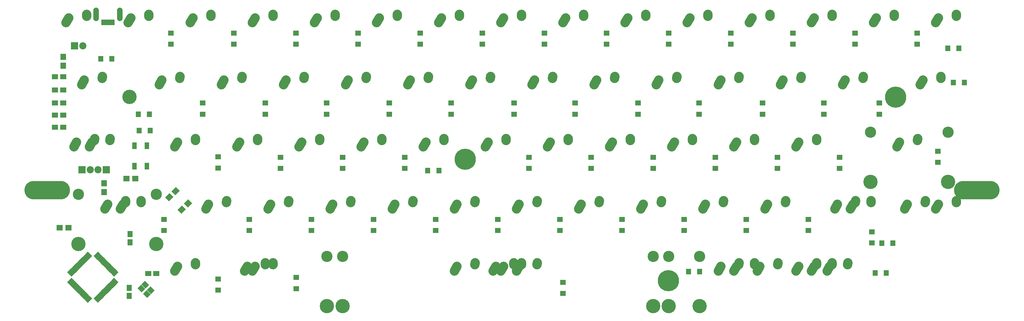
<source format=gbs>
G04 #@! TF.FileFunction,Soldermask,Bot*
%FSLAX46Y46*%
G04 Gerber Fmt 4.6, Leading zero omitted, Abs format (unit mm)*
G04 Created by KiCad (PCBNEW 4.0.5+dfsg1-4) date Wed May 24 11:15:47 2017*
%MOMM*%
%LPD*%
G01*
G04 APERTURE LIST*
%ADD10C,0.100000*%
%ADD11C,3.448000*%
%ADD12C,4.380200*%
%ADD13R,1.900000X1.650000*%
%ADD14R,1.650000X1.900000*%
%ADD15R,1.900000X1.700000*%
%ADD16R,1.400000X2.100000*%
%ADD17O,14.000000X5.600000*%
%ADD18C,4.400000*%
%ADD19C,6.500000*%
%ADD20R,2.200000X2.200000*%
%ADD21C,2.200000*%
%ADD22R,1.700000X1.900000*%
%ADD23C,2.900000*%
%ADD24R,0.900000X1.800000*%
%ADD25O,1.700000X4.200000*%
%ADD26R,1.600000X1.800000*%
%ADD27R,1.800000X1.600000*%
G04 APERTURE END LIST*
D10*
D11*
X100012500Y-157321250D03*
D12*
X100012500Y-172561250D03*
D11*
X76200000Y-157321250D03*
D12*
X76200000Y-172561250D03*
D10*
G36*
X82137958Y-174833437D02*
X82809709Y-175505188D01*
X81466206Y-176848691D01*
X80794455Y-176176940D01*
X82137958Y-174833437D01*
X82137958Y-174833437D01*
G37*
G36*
X82703643Y-175399123D02*
X83375394Y-176070874D01*
X82031891Y-177414377D01*
X81360140Y-176742626D01*
X82703643Y-175399123D01*
X82703643Y-175399123D01*
G37*
G36*
X83269328Y-175964808D02*
X83941079Y-176636559D01*
X82597576Y-177980062D01*
X81925825Y-177308311D01*
X83269328Y-175964808D01*
X83269328Y-175964808D01*
G37*
G36*
X83835014Y-176530493D02*
X84506765Y-177202244D01*
X83163262Y-178545747D01*
X82491511Y-177873996D01*
X83835014Y-176530493D01*
X83835014Y-176530493D01*
G37*
G36*
X84400699Y-177096179D02*
X85072450Y-177767930D01*
X83728947Y-179111433D01*
X83057196Y-178439682D01*
X84400699Y-177096179D01*
X84400699Y-177096179D01*
G37*
G36*
X84966385Y-177661864D02*
X85638136Y-178333615D01*
X84294633Y-179677118D01*
X83622882Y-179005367D01*
X84966385Y-177661864D01*
X84966385Y-177661864D01*
G37*
G36*
X85532070Y-178227550D02*
X86203821Y-178899301D01*
X84860318Y-180242804D01*
X84188567Y-179571053D01*
X85532070Y-178227550D01*
X85532070Y-178227550D01*
G37*
G36*
X86097756Y-178793235D02*
X86769507Y-179464986D01*
X85426004Y-180808489D01*
X84754253Y-180136738D01*
X86097756Y-178793235D01*
X86097756Y-178793235D01*
G37*
G36*
X86663441Y-179358921D02*
X87335192Y-180030672D01*
X85991689Y-181374175D01*
X85319938Y-180702424D01*
X86663441Y-179358921D01*
X86663441Y-179358921D01*
G37*
G36*
X87229126Y-179924606D02*
X87900877Y-180596357D01*
X86557374Y-181939860D01*
X85885623Y-181268109D01*
X87229126Y-179924606D01*
X87229126Y-179924606D01*
G37*
G36*
X87794812Y-180490291D02*
X88466563Y-181162042D01*
X87123060Y-182505545D01*
X86451309Y-181833794D01*
X87794812Y-180490291D01*
X87794812Y-180490291D01*
G37*
G36*
X88466563Y-184237958D02*
X87794812Y-184909709D01*
X86451309Y-183566206D01*
X87123060Y-182894455D01*
X88466563Y-184237958D01*
X88466563Y-184237958D01*
G37*
G36*
X87900877Y-184803643D02*
X87229126Y-185475394D01*
X85885623Y-184131891D01*
X86557374Y-183460140D01*
X87900877Y-184803643D01*
X87900877Y-184803643D01*
G37*
G36*
X87335192Y-185369328D02*
X86663441Y-186041079D01*
X85319938Y-184697576D01*
X85991689Y-184025825D01*
X87335192Y-185369328D01*
X87335192Y-185369328D01*
G37*
G36*
X86769507Y-185935014D02*
X86097756Y-186606765D01*
X84754253Y-185263262D01*
X85426004Y-184591511D01*
X86769507Y-185935014D01*
X86769507Y-185935014D01*
G37*
G36*
X86203821Y-186500699D02*
X85532070Y-187172450D01*
X84188567Y-185828947D01*
X84860318Y-185157196D01*
X86203821Y-186500699D01*
X86203821Y-186500699D01*
G37*
G36*
X85638136Y-187066385D02*
X84966385Y-187738136D01*
X83622882Y-186394633D01*
X84294633Y-185722882D01*
X85638136Y-187066385D01*
X85638136Y-187066385D01*
G37*
G36*
X85072450Y-187632070D02*
X84400699Y-188303821D01*
X83057196Y-186960318D01*
X83728947Y-186288567D01*
X85072450Y-187632070D01*
X85072450Y-187632070D01*
G37*
G36*
X84506765Y-188197756D02*
X83835014Y-188869507D01*
X82491511Y-187526004D01*
X83163262Y-186854253D01*
X84506765Y-188197756D01*
X84506765Y-188197756D01*
G37*
G36*
X83941079Y-188763441D02*
X83269328Y-189435192D01*
X81925825Y-188091689D01*
X82597576Y-187419938D01*
X83941079Y-188763441D01*
X83941079Y-188763441D01*
G37*
G36*
X83375394Y-189329126D02*
X82703643Y-190000877D01*
X81360140Y-188657374D01*
X82031891Y-187985623D01*
X83375394Y-189329126D01*
X83375394Y-189329126D01*
G37*
G36*
X82809709Y-189894812D02*
X82137958Y-190566563D01*
X80794455Y-189223060D01*
X81466206Y-188551309D01*
X82809709Y-189894812D01*
X82809709Y-189894812D01*
G37*
G36*
X79733794Y-188551309D02*
X80405545Y-189223060D01*
X79062042Y-190566563D01*
X78390291Y-189894812D01*
X79733794Y-188551309D01*
X79733794Y-188551309D01*
G37*
G36*
X79168109Y-187985623D02*
X79839860Y-188657374D01*
X78496357Y-190000877D01*
X77824606Y-189329126D01*
X79168109Y-187985623D01*
X79168109Y-187985623D01*
G37*
G36*
X78602424Y-187419938D02*
X79274175Y-188091689D01*
X77930672Y-189435192D01*
X77258921Y-188763441D01*
X78602424Y-187419938D01*
X78602424Y-187419938D01*
G37*
G36*
X78036738Y-186854253D02*
X78708489Y-187526004D01*
X77364986Y-188869507D01*
X76693235Y-188197756D01*
X78036738Y-186854253D01*
X78036738Y-186854253D01*
G37*
G36*
X77471053Y-186288567D02*
X78142804Y-186960318D01*
X76799301Y-188303821D01*
X76127550Y-187632070D01*
X77471053Y-186288567D01*
X77471053Y-186288567D01*
G37*
G36*
X76905367Y-185722882D02*
X77577118Y-186394633D01*
X76233615Y-187738136D01*
X75561864Y-187066385D01*
X76905367Y-185722882D01*
X76905367Y-185722882D01*
G37*
G36*
X76339682Y-185157196D02*
X77011433Y-185828947D01*
X75667930Y-187172450D01*
X74996179Y-186500699D01*
X76339682Y-185157196D01*
X76339682Y-185157196D01*
G37*
G36*
X75773996Y-184591511D02*
X76445747Y-185263262D01*
X75102244Y-186606765D01*
X74430493Y-185935014D01*
X75773996Y-184591511D01*
X75773996Y-184591511D01*
G37*
G36*
X75208311Y-184025825D02*
X75880062Y-184697576D01*
X74536559Y-186041079D01*
X73864808Y-185369328D01*
X75208311Y-184025825D01*
X75208311Y-184025825D01*
G37*
G36*
X74642626Y-183460140D02*
X75314377Y-184131891D01*
X73970874Y-185475394D01*
X73299123Y-184803643D01*
X74642626Y-183460140D01*
X74642626Y-183460140D01*
G37*
G36*
X74076940Y-182894455D02*
X74748691Y-183566206D01*
X73405188Y-184909709D01*
X72733437Y-184237958D01*
X74076940Y-182894455D01*
X74076940Y-182894455D01*
G37*
G36*
X74748691Y-181833794D02*
X74076940Y-182505545D01*
X72733437Y-181162042D01*
X73405188Y-180490291D01*
X74748691Y-181833794D01*
X74748691Y-181833794D01*
G37*
G36*
X75314377Y-181268109D02*
X74642626Y-181939860D01*
X73299123Y-180596357D01*
X73970874Y-179924606D01*
X75314377Y-181268109D01*
X75314377Y-181268109D01*
G37*
G36*
X75880062Y-180702424D02*
X75208311Y-181374175D01*
X73864808Y-180030672D01*
X74536559Y-179358921D01*
X75880062Y-180702424D01*
X75880062Y-180702424D01*
G37*
G36*
X76445747Y-180136738D02*
X75773996Y-180808489D01*
X74430493Y-179464986D01*
X75102244Y-178793235D01*
X76445747Y-180136738D01*
X76445747Y-180136738D01*
G37*
G36*
X77011433Y-179571053D02*
X76339682Y-180242804D01*
X74996179Y-178899301D01*
X75667930Y-178227550D01*
X77011433Y-179571053D01*
X77011433Y-179571053D01*
G37*
G36*
X77577118Y-179005367D02*
X76905367Y-179677118D01*
X75561864Y-178333615D01*
X76233615Y-177661864D01*
X77577118Y-179005367D01*
X77577118Y-179005367D01*
G37*
G36*
X78142804Y-178439682D02*
X77471053Y-179111433D01*
X76127550Y-177767930D01*
X76799301Y-177096179D01*
X78142804Y-178439682D01*
X78142804Y-178439682D01*
G37*
G36*
X78708489Y-177873996D02*
X78036738Y-178545747D01*
X76693235Y-177202244D01*
X77364986Y-176530493D01*
X78708489Y-177873996D01*
X78708489Y-177873996D01*
G37*
G36*
X79274175Y-177308311D02*
X78602424Y-177980062D01*
X77258921Y-176636559D01*
X77930672Y-175964808D01*
X79274175Y-177308311D01*
X79274175Y-177308311D01*
G37*
G36*
X79839860Y-176742626D02*
X79168109Y-177414377D01*
X77824606Y-176070874D01*
X78496357Y-175399123D01*
X79839860Y-176742626D01*
X79839860Y-176742626D01*
G37*
G36*
X80405545Y-176176940D02*
X79733794Y-176848691D01*
X78390291Y-175505188D01*
X79062042Y-174833437D01*
X80405545Y-176176940D01*
X80405545Y-176176940D01*
G37*
D13*
X100050000Y-181550000D03*
X97550000Y-181550000D03*
D14*
X91750000Y-188450000D03*
X91750000Y-185950000D03*
D13*
X71500000Y-136750000D03*
X69000000Y-136750000D03*
X71500000Y-133000000D03*
X69000000Y-133000000D03*
X71500000Y-129250000D03*
X69000000Y-129250000D03*
X71500000Y-125250000D03*
X69000000Y-125250000D03*
X71500000Y-121250000D03*
X69000000Y-121250000D03*
D14*
X92000000Y-172000000D03*
X92000000Y-169500000D03*
D15*
X90900000Y-152500000D03*
X93600000Y-152500000D03*
X70400000Y-167500000D03*
X73100000Y-167500000D03*
D10*
G36*
X103974695Y-159427386D02*
X102772614Y-158225305D01*
X104116117Y-156881802D01*
X105318198Y-158083883D01*
X103974695Y-159427386D01*
X103974695Y-159427386D01*
G37*
G36*
X105883883Y-157518198D02*
X104681802Y-156316117D01*
X106025305Y-154972614D01*
X107227386Y-156174695D01*
X105883883Y-157518198D01*
X105883883Y-157518198D01*
G37*
G36*
X109825305Y-158772614D02*
X111027386Y-159974695D01*
X109683883Y-161318198D01*
X108481802Y-160116117D01*
X109825305Y-158772614D01*
X109825305Y-158772614D01*
G37*
G36*
X107916117Y-160681802D02*
X109118198Y-161883883D01*
X107774695Y-163227386D01*
X106572614Y-162025305D01*
X107916117Y-160681802D01*
X107916117Y-160681802D01*
G37*
D16*
X97150000Y-148650000D03*
X97150000Y-142350000D03*
X93350000Y-148650000D03*
X93350000Y-142350000D03*
D17*
X66600000Y-156000000D03*
X351700000Y-156000000D03*
D18*
X91800000Y-127400000D03*
D19*
X326800000Y-127500000D03*
X257100000Y-183800000D03*
X194800000Y-146500000D03*
D10*
G36*
X94248349Y-186081802D02*
X95379720Y-184950431D01*
X96652513Y-186223224D01*
X95521142Y-187354595D01*
X94248349Y-186081802D01*
X94248349Y-186081802D01*
G37*
G36*
X95945405Y-187778858D02*
X97076776Y-186647487D01*
X98349569Y-187920280D01*
X97218198Y-189051651D01*
X95945405Y-187778858D01*
X95945405Y-187778858D01*
G37*
G36*
X95450431Y-184879720D02*
X96581802Y-183748349D01*
X97854595Y-185021142D01*
X96723224Y-186152513D01*
X95450431Y-184879720D01*
X95450431Y-184879720D01*
G37*
G36*
X97147487Y-186576776D02*
X98278858Y-185445405D01*
X99551651Y-186718198D01*
X98420280Y-187849569D01*
X97147487Y-186576776D01*
X97147487Y-186576776D01*
G37*
D20*
X75000000Y-111750000D03*
D21*
X77540000Y-111750000D03*
D20*
X77250000Y-149750000D03*
D21*
X79790000Y-149750000D03*
D22*
X71500000Y-117850000D03*
X71500000Y-115150000D03*
X84000000Y-156600000D03*
X84000000Y-153900000D03*
D20*
X84750000Y-149750000D03*
D21*
X82210000Y-149750000D03*
D23*
X75581703Y-141256296D02*
X74770797Y-142716204D01*
X81120974Y-140176922D02*
X81081526Y-140755578D01*
D24*
X83650000Y-104500000D03*
X84450000Y-104500000D03*
X85250000Y-104500000D03*
X86050000Y-104500000D03*
X86850000Y-104500000D03*
D25*
X81600000Y-102100000D03*
X88900000Y-102100000D03*
D23*
X297037953Y-179356296D02*
X296227047Y-180816204D01*
X302577224Y-178276922D02*
X302537776Y-178855578D01*
X306562953Y-179356296D02*
X305752047Y-180816204D01*
X312102224Y-178276922D02*
X312062776Y-178855578D01*
X320850453Y-103156296D02*
X320039547Y-104616204D01*
X326389724Y-102076922D02*
X326350276Y-102655578D01*
X73200453Y-103156296D02*
X72389547Y-104616204D01*
X78739724Y-102076922D02*
X78700276Y-102655578D01*
X111300453Y-103156296D02*
X110489547Y-104616204D01*
X116839724Y-102076922D02*
X116800276Y-102655578D01*
X130350453Y-103156296D02*
X129539547Y-104616204D01*
X135889724Y-102076922D02*
X135850276Y-102655578D01*
X149400453Y-103156296D02*
X148589547Y-104616204D01*
X154939724Y-102076922D02*
X154900276Y-102655578D01*
X168450453Y-103156296D02*
X167639547Y-104616204D01*
X173989724Y-102076922D02*
X173950276Y-102655578D01*
X187500453Y-103156296D02*
X186689547Y-104616204D01*
X193039724Y-102076922D02*
X193000276Y-102655578D01*
X206550453Y-103156296D02*
X205739547Y-104616204D01*
X212089724Y-102076922D02*
X212050276Y-102655578D01*
X225600453Y-103156296D02*
X224789547Y-104616204D01*
X231139724Y-102076922D02*
X231100276Y-102655578D01*
X244650453Y-103156296D02*
X243839547Y-104616204D01*
X250189724Y-102076922D02*
X250150276Y-102655578D01*
X263700453Y-103156296D02*
X262889547Y-104616204D01*
X269239724Y-102076922D02*
X269200276Y-102655578D01*
X282750453Y-103156296D02*
X281939547Y-104616204D01*
X288289724Y-102076922D02*
X288250276Y-102655578D01*
X301800453Y-103156296D02*
X300989547Y-104616204D01*
X307339724Y-102076922D02*
X307300276Y-102655578D01*
X101775453Y-122206296D02*
X100964547Y-123666204D01*
X107314724Y-121126922D02*
X107275276Y-121705578D01*
X120825453Y-122206296D02*
X120014547Y-123666204D01*
X126364724Y-121126922D02*
X126325276Y-121705578D01*
X139875453Y-122206296D02*
X139064547Y-123666204D01*
X145414724Y-121126922D02*
X145375276Y-121705578D01*
X158925453Y-122206296D02*
X158114547Y-123666204D01*
X164464724Y-121126922D02*
X164425276Y-121705578D01*
X177975453Y-122206296D02*
X177164547Y-123666204D01*
X183514724Y-121126922D02*
X183475276Y-121705578D01*
X197025453Y-122206296D02*
X196214547Y-123666204D01*
X202564724Y-121126922D02*
X202525276Y-121705578D01*
X216075453Y-122206296D02*
X215264547Y-123666204D01*
X221614724Y-121126922D02*
X221575276Y-121705578D01*
X235125453Y-122206296D02*
X234314547Y-123666204D01*
X240664724Y-121126922D02*
X240625276Y-121705578D01*
X254175453Y-122206296D02*
X253364547Y-123666204D01*
X259714724Y-121126922D02*
X259675276Y-121705578D01*
X273225453Y-122206296D02*
X272414547Y-123666204D01*
X278764724Y-121126922D02*
X278725276Y-121705578D01*
X292275453Y-122206296D02*
X291464547Y-123666204D01*
X297814724Y-121126922D02*
X297775276Y-121705578D01*
X311325453Y-122206296D02*
X310514547Y-123666204D01*
X316864724Y-121126922D02*
X316825276Y-121705578D01*
X106537953Y-141256296D02*
X105727047Y-142716204D01*
X112077224Y-140176922D02*
X112037776Y-140755578D01*
X125587953Y-141256296D02*
X124777047Y-142716204D01*
X131127224Y-140176922D02*
X131087776Y-140755578D01*
X144637953Y-141256296D02*
X143827047Y-142716204D01*
X150177224Y-140176922D02*
X150137776Y-140755578D01*
X163687953Y-141256296D02*
X162877047Y-142716204D01*
X169227224Y-140176922D02*
X169187776Y-140755578D01*
X182737953Y-141256296D02*
X181927047Y-142716204D01*
X188277224Y-140176922D02*
X188237776Y-140755578D01*
X201787953Y-141256296D02*
X200977047Y-142716204D01*
X207327224Y-140176922D02*
X207287776Y-140755578D01*
X220837953Y-141256296D02*
X220027047Y-142716204D01*
X226377224Y-140176922D02*
X226337776Y-140755578D01*
X239887953Y-141256296D02*
X239077047Y-142716204D01*
X245427224Y-140176922D02*
X245387776Y-140755578D01*
X258937953Y-141256296D02*
X258127047Y-142716204D01*
X264477224Y-140176922D02*
X264437776Y-140755578D01*
X277987953Y-141256296D02*
X277177047Y-142716204D01*
X283527224Y-140176922D02*
X283487776Y-140755578D01*
X297037953Y-141256296D02*
X296227047Y-142716204D01*
X302577224Y-140176922D02*
X302537776Y-140755578D01*
X116062953Y-160306296D02*
X115252047Y-161766204D01*
X121602224Y-159226922D02*
X121562776Y-159805578D01*
X135112953Y-160306296D02*
X134302047Y-161766204D01*
X140652224Y-159226922D02*
X140612776Y-159805578D01*
X154162953Y-160306296D02*
X153352047Y-161766204D01*
X159702224Y-159226922D02*
X159662776Y-159805578D01*
X173212953Y-160306296D02*
X172402047Y-161766204D01*
X178752224Y-159226922D02*
X178712776Y-159805578D01*
X192262953Y-160306296D02*
X191452047Y-161766204D01*
X197802224Y-159226922D02*
X197762776Y-159805578D01*
X211312953Y-160306296D02*
X210502047Y-161766204D01*
X216852224Y-159226922D02*
X216812776Y-159805578D01*
X230362953Y-160306296D02*
X229552047Y-161766204D01*
X235902224Y-159226922D02*
X235862776Y-159805578D01*
X249412953Y-160306296D02*
X248602047Y-161766204D01*
X254952224Y-159226922D02*
X254912776Y-159805578D01*
X268462953Y-160306296D02*
X267652047Y-161766204D01*
X274002224Y-159226922D02*
X273962776Y-159805578D01*
X287512953Y-160306296D02*
X286702047Y-161766204D01*
X293052224Y-159226922D02*
X293012776Y-159805578D01*
X330375453Y-160306296D02*
X329564547Y-161766204D01*
X335914724Y-159226922D02*
X335875276Y-159805578D01*
X106537953Y-179356296D02*
X105727047Y-180816204D01*
X112077224Y-178276922D02*
X112037776Y-178855578D01*
X301800453Y-179356296D02*
X300989547Y-180816204D01*
X307339724Y-178276922D02*
X307300276Y-178855578D01*
X339900453Y-103156296D02*
X339089547Y-104616204D01*
X345439724Y-102076922D02*
X345400276Y-102655578D01*
X92250453Y-103156296D02*
X91439547Y-104616204D01*
X97789724Y-102076922D02*
X97750276Y-102655578D01*
X80344203Y-141256296D02*
X79533297Y-142716204D01*
X85883474Y-140176922D02*
X85844026Y-140755578D01*
X89869203Y-160306296D02*
X89058297Y-161766204D01*
X95408474Y-159226922D02*
X95369026Y-159805578D01*
X308944203Y-160306296D02*
X308133297Y-161766204D01*
X314483474Y-159226922D02*
X314444026Y-159805578D01*
X285131703Y-179356296D02*
X284320797Y-180816204D01*
X290670974Y-178276922D02*
X290631526Y-178855578D01*
X127969203Y-179356296D02*
X127158297Y-180816204D01*
X133508474Y-178276922D02*
X133469026Y-178855578D01*
X77962953Y-122206296D02*
X77152047Y-123666204D01*
X83502224Y-121126922D02*
X83462776Y-121705578D01*
X130350453Y-179356296D02*
X129539547Y-180816204D01*
X135889724Y-178276922D02*
X135850276Y-178855578D01*
X277987953Y-179356296D02*
X277177047Y-180816204D01*
X283527224Y-178276922D02*
X283487776Y-178855578D01*
X335137953Y-122206296D02*
X334327047Y-123666204D01*
X340677224Y-121126922D02*
X340637776Y-121705578D01*
X273225453Y-179356296D02*
X272414547Y-180816204D01*
X278764724Y-178276922D02*
X278725276Y-178855578D01*
X211312953Y-179356296D02*
X210502047Y-180816204D01*
X216852224Y-178276922D02*
X216812776Y-178855578D01*
X206550453Y-179356296D02*
X205739547Y-180816204D01*
X212089724Y-178276922D02*
X212050276Y-178855578D01*
X204169203Y-179356296D02*
X203358297Y-180816204D01*
X209708474Y-178276922D02*
X209669026Y-178855578D01*
D11*
X342900000Y-138271250D03*
D12*
X342900000Y-153511250D03*
D11*
X157162500Y-176371250D03*
D12*
X157162500Y-191611250D03*
D11*
X257175000Y-176371250D03*
D12*
X257175000Y-191611250D03*
D11*
X152400000Y-176371250D03*
D12*
X152400000Y-191611250D03*
D11*
X266700000Y-176371250D03*
D12*
X266700000Y-191611250D03*
D11*
X252412500Y-176371250D03*
D12*
X252412500Y-191611250D03*
D11*
X319087500Y-138271250D03*
D12*
X319087500Y-153511250D03*
D23*
X327994203Y-141256296D02*
X327183297Y-142716204D01*
X333533474Y-140176922D02*
X333494026Y-140755578D01*
D26*
X344500000Y-123000000D03*
X347900000Y-123000000D03*
D27*
X333375000Y-107837500D03*
X333375000Y-111237500D03*
D26*
X346200000Y-112500000D03*
X342800000Y-112500000D03*
X320500000Y-181400000D03*
X323900000Y-181400000D03*
X266700000Y-181000000D03*
X263300000Y-181000000D03*
D27*
X224750000Y-184300000D03*
X224750000Y-187700000D03*
X143000000Y-182800000D03*
X143000000Y-186200000D03*
X119000000Y-183300000D03*
X119000000Y-186700000D03*
D26*
X325950000Y-172250000D03*
X322550000Y-172250000D03*
D27*
X319500000Y-168800000D03*
X319500000Y-172200000D03*
X300037500Y-164987500D03*
X300037500Y-168387500D03*
X280987500Y-164987500D03*
X280987500Y-168387500D03*
X261937500Y-164987500D03*
X261937500Y-168387500D03*
X242887500Y-164987500D03*
X242887500Y-168387500D03*
X223837500Y-164987500D03*
X223837500Y-168387500D03*
X204787500Y-164987500D03*
X204787500Y-168387500D03*
X185737500Y-164987500D03*
X185737500Y-168387500D03*
X166687500Y-164987500D03*
X166687500Y-168387500D03*
X147637500Y-164987500D03*
X147637500Y-168387500D03*
X128587500Y-164987500D03*
X128587500Y-168387500D03*
X102393750Y-164987500D03*
X102393750Y-168387500D03*
X339750000Y-144050000D03*
X339750000Y-147450000D03*
X309562500Y-145937500D03*
X309562500Y-149337500D03*
X290512500Y-145937500D03*
X290512500Y-149337500D03*
X271462500Y-145937500D03*
X271462500Y-149337500D03*
X252412500Y-145937500D03*
X252412500Y-149337500D03*
X233362500Y-145937500D03*
X233362500Y-149337500D03*
X214312500Y-145937500D03*
X214312500Y-149337500D03*
D26*
X186700000Y-150000000D03*
X183300000Y-150000000D03*
D27*
X176212500Y-145937500D03*
X176212500Y-149337500D03*
X157162500Y-145937500D03*
X157162500Y-149337500D03*
X138112500Y-145937500D03*
X138112500Y-149337500D03*
X119000000Y-145800000D03*
X119000000Y-149200000D03*
D26*
X94800000Y-137750000D03*
X98200000Y-137750000D03*
D27*
X321750000Y-129300000D03*
X321750000Y-132700000D03*
X304750000Y-129300000D03*
X304750000Y-132700000D03*
X286000000Y-129300000D03*
X286000000Y-132700000D03*
X266500000Y-129300000D03*
X266500000Y-132700000D03*
X247750000Y-129300000D03*
X247750000Y-132700000D03*
X228500000Y-129300000D03*
X228500000Y-132700000D03*
X209750000Y-129300000D03*
X209750000Y-132700000D03*
X190500000Y-129300000D03*
X190500000Y-132700000D03*
X171500000Y-129300000D03*
X171500000Y-132700000D03*
X152250000Y-129300000D03*
X152250000Y-132700000D03*
X133500000Y-129300000D03*
X133500000Y-132700000D03*
X114250000Y-129300000D03*
X114250000Y-132700000D03*
D26*
X94550000Y-132750000D03*
X97950000Y-132750000D03*
D27*
X314325000Y-107837500D03*
X314325000Y-111237500D03*
X295275000Y-107837500D03*
X295275000Y-111237500D03*
X276225000Y-107837500D03*
X276225000Y-111237500D03*
X257175000Y-107837500D03*
X257175000Y-111237500D03*
X238125000Y-107837500D03*
X238125000Y-111237500D03*
X219075000Y-107837500D03*
X219075000Y-111237500D03*
X200025000Y-107837500D03*
X200025000Y-111237500D03*
X161925000Y-107837500D03*
X161925000Y-111237500D03*
X142875000Y-107837500D03*
X142875000Y-111237500D03*
X123825000Y-107837500D03*
X123825000Y-111237500D03*
X104500000Y-107800000D03*
X104500000Y-111200000D03*
D26*
X83050000Y-115750000D03*
X86450000Y-115750000D03*
D27*
X180975000Y-107837500D03*
X180975000Y-111237500D03*
D23*
X85106703Y-160306296D02*
X84295797Y-161766204D01*
X90645974Y-159226922D02*
X90606526Y-159805578D01*
X339900453Y-160306296D02*
X339089547Y-161766204D01*
X345439724Y-159226922D02*
X345400276Y-159805578D01*
X313706703Y-160306296D02*
X312895797Y-161766204D01*
X319245974Y-159226922D02*
X319206526Y-159805578D01*
X192262953Y-179356296D02*
X191452047Y-180816204D01*
X197802224Y-178276922D02*
X197762776Y-178855578D01*
M02*

</source>
